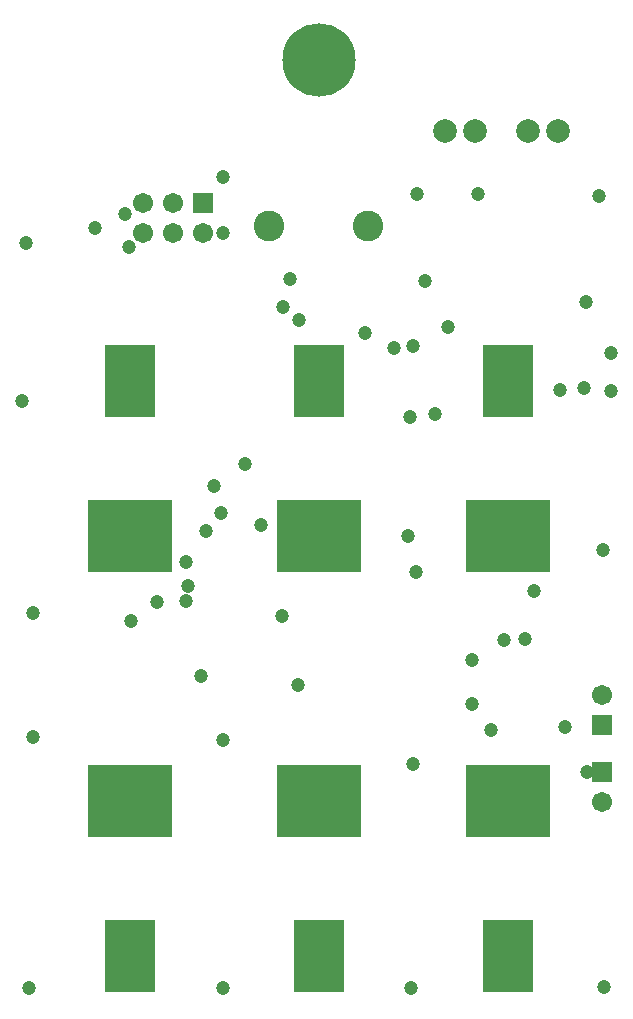
<source format=gts>
G04 Layer_Color=8388736*
%FSLAX43Y43*%
%MOMM*%
G71*
G01*
G75*
%ADD48R,4.203X6.203*%
%ADD49R,7.203X6.203*%
%ADD50C,1.703*%
%ADD51R,1.703X1.703*%
%ADD52R,1.703X1.703*%
%ADD53C,2.603*%
%ADD54C,2.003*%
%ADD55C,1.203*%
%ADD56C,6.203*%
D48*
X10000Y4180D02*
D03*
Y52820D02*
D03*
X26000D02*
D03*
Y4180D02*
D03*
X42000D02*
D03*
Y52820D02*
D03*
D49*
X10000Y17260D02*
D03*
Y39740D02*
D03*
X26000D02*
D03*
Y17260D02*
D03*
X42000D02*
D03*
Y39740D02*
D03*
D50*
X11160Y65369D02*
D03*
Y67909D02*
D03*
X13700Y65369D02*
D03*
Y67909D02*
D03*
X16240Y65369D02*
D03*
X50000Y26240D02*
D03*
Y17210D02*
D03*
D51*
X16240Y67909D02*
D03*
D52*
X50000Y23700D02*
D03*
Y19750D02*
D03*
D53*
X21800Y66000D02*
D03*
X30200D02*
D03*
D54*
X39270Y74000D02*
D03*
X36730D02*
D03*
X46270D02*
D03*
X43730D02*
D03*
D55*
X17900Y70159D02*
D03*
Y65369D02*
D03*
X9950Y64200D02*
D03*
X24350Y58054D02*
D03*
X22950Y59100D02*
D03*
X19750Y45850D02*
D03*
X17150Y43950D02*
D03*
X900Y51150D02*
D03*
X1800Y33250D02*
D03*
X22877Y33000D02*
D03*
X16050Y27900D02*
D03*
X12300Y34150D02*
D03*
X14777Y37575D02*
D03*
X16477Y40201D02*
D03*
X21077Y40669D02*
D03*
X14963Y35500D02*
D03*
X7100Y65800D02*
D03*
X35000Y61363D02*
D03*
X33750Y49850D02*
D03*
X40550Y23350D02*
D03*
X29900Y56900D02*
D03*
X9644Y67019D02*
D03*
X46850Y23590D02*
D03*
X33525Y39740D02*
D03*
X23550Y61474D02*
D03*
X39450Y68689D02*
D03*
X50774Y55200D02*
D03*
X34364Y68700D02*
D03*
X48600Y59554D02*
D03*
X50050Y38511D02*
D03*
X1250Y64529D02*
D03*
X17727Y41700D02*
D03*
X50770Y52008D02*
D03*
X1800Y22750D02*
D03*
X34000Y20400D02*
D03*
X49750Y68500D02*
D03*
X1500Y1500D02*
D03*
X33850D02*
D03*
X17900D02*
D03*
X50200Y1550D02*
D03*
X17941Y22450D02*
D03*
X10146Y32529D02*
D03*
X24227Y27100D02*
D03*
X43500Y31010D02*
D03*
X41700Y30925D02*
D03*
X38950Y29260D02*
D03*
X48730Y19750D02*
D03*
X34250Y36650D02*
D03*
X38950Y25500D02*
D03*
X33950Y55832D02*
D03*
X36975Y57429D02*
D03*
X32350Y55632D02*
D03*
X44200Y35050D02*
D03*
X14777Y34200D02*
D03*
X46400Y52125D02*
D03*
X35854Y50032D02*
D03*
X48450Y52300D02*
D03*
D56*
X26000Y80000D02*
D03*
M02*

</source>
